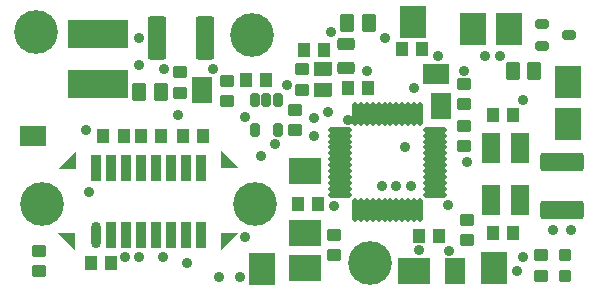
<source format=gts>
%FSLAX42Y42*%
%MOMM*%
G71*
G01*
G75*
G04 Layer_Color=8388736*
%ADD10R,5.00X2.20*%
%ADD11R,1.50X2.00*%
G04:AMPARAMS|DCode=12|XSize=1mm|YSize=0.9mm|CornerRadius=0.11mm|HoleSize=0mm|Usage=FLASHONLY|Rotation=0.000|XOffset=0mm|YOffset=0mm|HoleType=Round|Shape=RoundedRectangle|*
%AMROUNDEDRECTD12*
21,1,1.00,0.68,0,0,0.0*
21,1,0.78,0.90,0,0,0.0*
1,1,0.23,0.39,-0.34*
1,1,0.23,-0.39,-0.34*
1,1,0.23,-0.39,0.34*
1,1,0.23,0.39,0.34*
%
%ADD12ROUNDEDRECTD12*%
%ADD13R,1.30X2.40*%
%ADD14R,2.00X2.50*%
G04:AMPARAMS|DCode=15|XSize=1mm|YSize=0.9mm|CornerRadius=0.11mm|HoleSize=0mm|Usage=FLASHONLY|Rotation=90.000|XOffset=0mm|YOffset=0mm|HoleType=Round|Shape=RoundedRectangle|*
%AMROUNDEDRECTD15*
21,1,1.00,0.68,0,0,90.0*
21,1,0.78,0.90,0,0,90.0*
1,1,0.23,0.34,0.39*
1,1,0.23,0.34,-0.39*
1,1,0.23,-0.34,-0.39*
1,1,0.23,-0.34,0.39*
%
%ADD15ROUNDEDRECTD15*%
%ADD16O,0.64X2.03*%
%ADD17R,0.64X2.03*%
G04:AMPARAMS|DCode=18|XSize=0.6mm|YSize=1mm|CornerRadius=0.08mm|HoleSize=0mm|Usage=FLASHONLY|Rotation=180.000|XOffset=0mm|YOffset=0mm|HoleType=Round|Shape=RoundedRectangle|*
%AMROUNDEDRECTD18*
21,1,0.60,0.85,0,0,180.0*
21,1,0.45,1.00,0,0,180.0*
1,1,0.15,-0.23,0.42*
1,1,0.15,0.23,0.42*
1,1,0.15,0.23,-0.42*
1,1,0.15,-0.23,-0.42*
%
%ADD18ROUNDEDRECTD18*%
%ADD19R,2.00X1.50*%
G04:AMPARAMS|DCode=20|XSize=0.6mm|YSize=1mm|CornerRadius=0.08mm|HoleSize=0mm|Usage=FLASHONLY|Rotation=270.000|XOffset=0mm|YOffset=0mm|HoleType=Round|Shape=RoundedRectangle|*
%AMROUNDEDRECTD20*
21,1,0.60,0.85,0,0,270.0*
21,1,0.45,1.00,0,0,270.0*
1,1,0.15,-0.42,-0.23*
1,1,0.15,-0.42,0.23*
1,1,0.15,0.42,0.23*
1,1,0.15,0.42,-0.23*
%
%ADD20ROUNDEDRECTD20*%
%ADD21O,0.30X1.80*%
%ADD22O,1.80X0.30*%
G04:AMPARAMS|DCode=23|XSize=3.5mm|YSize=1.4mm|CornerRadius=0.17mm|HoleSize=0mm|Usage=FLASHONLY|Rotation=270.000|XOffset=0mm|YOffset=0mm|HoleType=Round|Shape=RoundedRectangle|*
%AMROUNDEDRECTD23*
21,1,3.50,1.05,0,0,270.0*
21,1,3.15,1.40,0,0,270.0*
1,1,0.35,-0.53,-1.57*
1,1,0.35,-0.53,1.57*
1,1,0.35,0.53,1.57*
1,1,0.35,0.53,-1.57*
%
%ADD23ROUNDEDRECTD23*%
G04:AMPARAMS|DCode=24|XSize=0.8mm|YSize=0.8mm|CornerRadius=0.1mm|HoleSize=0mm|Usage=FLASHONLY|Rotation=90.000|XOffset=0mm|YOffset=0mm|HoleType=Round|Shape=RoundedRectangle|*
%AMROUNDEDRECTD24*
21,1,0.80,0.60,0,0,90.0*
21,1,0.60,0.80,0,0,90.0*
1,1,0.20,0.30,0.30*
1,1,0.20,0.30,-0.30*
1,1,0.20,-0.30,-0.30*
1,1,0.20,-0.30,0.30*
%
%ADD24ROUNDEDRECTD24*%
G04:AMPARAMS|DCode=25|XSize=1.3mm|YSize=0.8mm|CornerRadius=0.1mm|HoleSize=0mm|Usage=FLASHONLY|Rotation=180.000|XOffset=0mm|YOffset=0mm|HoleType=Round|Shape=RoundedRectangle|*
%AMROUNDEDRECTD25*
21,1,1.30,0.60,0,0,180.0*
21,1,1.10,0.80,0,0,180.0*
1,1,0.20,-0.55,0.30*
1,1,0.20,0.55,0.30*
1,1,0.20,0.55,-0.30*
1,1,0.20,-0.55,-0.30*
%
%ADD25ROUNDEDRECTD25*%
G04:AMPARAMS|DCode=26|XSize=1.4mm|YSize=1mm|CornerRadius=0.13mm|HoleSize=0mm|Usage=FLASHONLY|Rotation=270.000|XOffset=0mm|YOffset=0mm|HoleType=Round|Shape=RoundedRectangle|*
%AMROUNDEDRECTD26*
21,1,1.40,0.75,0,0,270.0*
21,1,1.15,1.00,0,0,270.0*
1,1,0.25,-0.38,-0.57*
1,1,0.25,-0.38,0.57*
1,1,0.25,0.38,0.57*
1,1,0.25,0.38,-0.57*
%
%ADD26ROUNDEDRECTD26*%
%ADD27R,2.50X2.00*%
G04:AMPARAMS|DCode=28|XSize=3.5mm|YSize=1.4mm|CornerRadius=0.17mm|HoleSize=0mm|Usage=FLASHONLY|Rotation=180.000|XOffset=0mm|YOffset=0mm|HoleType=Round|Shape=RoundedRectangle|*
%AMROUNDEDRECTD28*
21,1,3.50,1.05,0,0,180.0*
21,1,3.15,1.40,0,0,180.0*
1,1,0.35,-1.57,0.53*
1,1,0.35,1.57,0.53*
1,1,0.35,1.57,-0.53*
1,1,0.35,-1.57,-0.53*
%
%ADD28ROUNDEDRECTD28*%
G04:AMPARAMS|DCode=29|XSize=1.4mm|YSize=1mm|CornerRadius=0.13mm|HoleSize=0mm|Usage=FLASHONLY|Rotation=0.000|XOffset=0mm|YOffset=0mm|HoleType=Round|Shape=RoundedRectangle|*
%AMROUNDEDRECTD29*
21,1,1.40,0.75,0,0,0.0*
21,1,1.15,1.00,0,0,0.0*
1,1,0.25,0.57,-0.38*
1,1,0.25,-0.57,-0.38*
1,1,0.25,-0.57,0.38*
1,1,0.25,0.57,0.38*
%
%ADD29ROUNDEDRECTD29*%
%ADD30C,0.30*%
%ADD31C,0.50*%
%ADD32C,0.70*%
%ADD33C,3.50*%
%ADD34C,0.70*%
%ADD35C,0.20*%
%ADD36C,0.38*%
%ADD37C,0.25*%
%ADD38C,0.13*%
%ADD39C,0.15*%
%ADD40R,5.20X2.40*%
%ADD41R,1.70X2.20*%
G04:AMPARAMS|DCode=42|XSize=1.2mm|YSize=1.1mm|CornerRadius=0.21mm|HoleSize=0mm|Usage=FLASHONLY|Rotation=0.000|XOffset=0mm|YOffset=0mm|HoleType=Round|Shape=RoundedRectangle|*
%AMROUNDEDRECTD42*
21,1,1.20,0.68,0,0,0.0*
21,1,0.78,1.10,0,0,0.0*
1,1,0.42,0.39,-0.34*
1,1,0.42,-0.39,-0.34*
1,1,0.42,-0.39,0.34*
1,1,0.42,0.39,0.34*
%
%ADD42ROUNDEDRECTD42*%
%ADD43R,1.50X2.60*%
%ADD44R,2.20X2.70*%
G04:AMPARAMS|DCode=45|XSize=1.2mm|YSize=1.1mm|CornerRadius=0.21mm|HoleSize=0mm|Usage=FLASHONLY|Rotation=90.000|XOffset=0mm|YOffset=0mm|HoleType=Round|Shape=RoundedRectangle|*
%AMROUNDEDRECTD45*
21,1,1.20,0.68,0,0,90.0*
21,1,0.78,1.10,0,0,90.0*
1,1,0.42,0.34,0.39*
1,1,0.42,0.34,-0.39*
1,1,0.42,-0.34,-0.39*
1,1,0.42,-0.34,0.39*
%
%ADD45ROUNDEDRECTD45*%
%ADD46O,0.83X2.23*%
%ADD47R,0.83X2.23*%
G04:AMPARAMS|DCode=48|XSize=0.8mm|YSize=1.2mm|CornerRadius=0.17mm|HoleSize=0mm|Usage=FLASHONLY|Rotation=180.000|XOffset=0mm|YOffset=0mm|HoleType=Round|Shape=RoundedRectangle|*
%AMROUNDEDRECTD48*
21,1,0.80,0.85,0,0,180.0*
21,1,0.45,1.20,0,0,180.0*
1,1,0.35,-0.23,0.42*
1,1,0.35,0.23,0.42*
1,1,0.35,0.23,-0.42*
1,1,0.35,-0.23,-0.42*
%
%ADD48ROUNDEDRECTD48*%
%ADD49R,2.20X1.70*%
G04:AMPARAMS|DCode=50|XSize=0.8mm|YSize=1.2mm|CornerRadius=0.17mm|HoleSize=0mm|Usage=FLASHONLY|Rotation=270.000|XOffset=0mm|YOffset=0mm|HoleType=Round|Shape=RoundedRectangle|*
%AMROUNDEDRECTD50*
21,1,0.80,0.85,0,0,270.0*
21,1,0.45,1.20,0,0,270.0*
1,1,0.35,-0.42,-0.23*
1,1,0.35,-0.42,0.23*
1,1,0.35,0.42,0.23*
1,1,0.35,0.42,-0.23*
%
%ADD50ROUNDEDRECTD50*%
%ADD51O,0.50X2.00*%
%ADD52O,2.00X0.50*%
G04:AMPARAMS|DCode=53|XSize=3.7mm|YSize=1.6mm|CornerRadius=0.28mm|HoleSize=0mm|Usage=FLASHONLY|Rotation=270.000|XOffset=0mm|YOffset=0mm|HoleType=Round|Shape=RoundedRectangle|*
%AMROUNDEDRECTD53*
21,1,3.70,1.05,0,0,270.0*
21,1,3.15,1.60,0,0,270.0*
1,1,0.55,-0.53,-1.57*
1,1,0.55,-0.53,1.57*
1,1,0.55,0.53,1.57*
1,1,0.55,0.53,-1.57*
%
%ADD53ROUNDEDRECTD53*%
G04:AMPARAMS|DCode=54|XSize=1mm|YSize=1mm|CornerRadius=0.2mm|HoleSize=0mm|Usage=FLASHONLY|Rotation=90.000|XOffset=0mm|YOffset=0mm|HoleType=Round|Shape=RoundedRectangle|*
%AMROUNDEDRECTD54*
21,1,1.00,0.60,0,0,90.0*
21,1,0.60,1.00,0,0,90.0*
1,1,0.40,0.30,0.30*
1,1,0.40,0.30,-0.30*
1,1,0.40,-0.30,-0.30*
1,1,0.40,-0.30,0.30*
%
%ADD54ROUNDEDRECTD54*%
G04:AMPARAMS|DCode=55|XSize=1.5mm|YSize=1mm|CornerRadius=0.2mm|HoleSize=0mm|Usage=FLASHONLY|Rotation=180.000|XOffset=0mm|YOffset=0mm|HoleType=Round|Shape=RoundedRectangle|*
%AMROUNDEDRECTD55*
21,1,1.50,0.60,0,0,180.0*
21,1,1.10,1.00,0,0,180.0*
1,1,0.40,-0.55,0.30*
1,1,0.40,0.55,0.30*
1,1,0.40,0.55,-0.30*
1,1,0.40,-0.55,-0.30*
%
%ADD55ROUNDEDRECTD55*%
G04:AMPARAMS|DCode=56|XSize=1.6mm|YSize=1.2mm|CornerRadius=0.23mm|HoleSize=0mm|Usage=FLASHONLY|Rotation=270.000|XOffset=0mm|YOffset=0mm|HoleType=Round|Shape=RoundedRectangle|*
%AMROUNDEDRECTD56*
21,1,1.60,0.75,0,0,270.0*
21,1,1.15,1.20,0,0,270.0*
1,1,0.45,-0.38,-0.57*
1,1,0.45,-0.38,0.57*
1,1,0.45,0.38,0.57*
1,1,0.45,0.38,-0.57*
%
%ADD56ROUNDEDRECTD56*%
%ADD57R,2.70X2.20*%
G04:AMPARAMS|DCode=58|XSize=3.7mm|YSize=1.6mm|CornerRadius=0.28mm|HoleSize=0mm|Usage=FLASHONLY|Rotation=180.000|XOffset=0mm|YOffset=0mm|HoleType=Round|Shape=RoundedRectangle|*
%AMROUNDEDRECTD58*
21,1,3.70,1.05,0,0,180.0*
21,1,3.15,1.60,0,0,180.0*
1,1,0.55,-1.57,0.53*
1,1,0.55,1.57,0.53*
1,1,0.55,1.57,-0.53*
1,1,0.55,-1.57,-0.53*
%
%ADD58ROUNDEDRECTD58*%
G04:AMPARAMS|DCode=59|XSize=1.6mm|YSize=1.2mm|CornerRadius=0.23mm|HoleSize=0mm|Usage=FLASHONLY|Rotation=0.000|XOffset=0mm|YOffset=0mm|HoleType=Round|Shape=RoundedRectangle|*
%AMROUNDEDRECTD59*
21,1,1.60,0.75,0,0,0.0*
21,1,1.15,1.20,0,0,0.0*
1,1,0.45,0.57,-0.38*
1,1,0.45,-0.57,-0.38*
1,1,0.45,-0.57,0.38*
1,1,0.45,0.57,0.38*
%
%ADD59ROUNDEDRECTD59*%
%ADD60C,3.70*%
%ADD61C,0.90*%
G36*
X3540Y3278D02*
Y3428D01*
X3690D01*
X3540Y3278D01*
D02*
G37*
G36*
X2308D02*
X2158Y3428D01*
X2308D01*
Y3278D01*
D02*
G37*
G36*
X3690Y3972D02*
X3540D01*
Y4122D01*
X3690Y3972D01*
D02*
G37*
G36*
X2310Y3970D02*
X2160D01*
X2310Y4120D01*
Y3970D01*
D02*
G37*
D40*
X2500Y5110D02*
D03*
Y4690D02*
D03*
D41*
X5525Y3100D02*
D03*
X3380Y4640D02*
D03*
X5400Y4500D02*
D03*
D42*
X4165Y4300D02*
D03*
Y4470D02*
D03*
X2000Y3105D02*
D03*
Y3275D02*
D03*
X3590Y4545D02*
D03*
Y4715D02*
D03*
X5625Y3535D02*
D03*
Y3365D02*
D03*
X4500Y3240D02*
D03*
Y3410D02*
D03*
X3190Y4785D02*
D03*
Y4615D02*
D03*
X5600Y4685D02*
D03*
Y4515D02*
D03*
X4225Y4640D02*
D03*
Y4810D02*
D03*
X6250Y3065D02*
D03*
Y3235D02*
D03*
X5600Y4335D02*
D03*
Y4165D02*
D03*
D43*
X6070Y4145D02*
D03*
Y3705D02*
D03*
X5830D02*
D03*
Y4145D02*
D03*
D44*
X3890Y3120D02*
D03*
X5975Y5150D02*
D03*
X5675Y5150D02*
D03*
X6475Y4700D02*
D03*
X6475Y4350D02*
D03*
X5850Y3125D02*
D03*
X5170Y5210D02*
D03*
D45*
X2545Y4250D02*
D03*
X2715D02*
D03*
X3035D02*
D03*
X2865D02*
D03*
X5075Y4980D02*
D03*
X5245D02*
D03*
X3755Y4720D02*
D03*
X3925D02*
D03*
X2440Y3175D02*
D03*
X2610D02*
D03*
X5840Y4425D02*
D03*
X6010D02*
D03*
X6010Y3425D02*
D03*
X5840D02*
D03*
X3385Y4250D02*
D03*
X3215D02*
D03*
X4410Y4975D02*
D03*
X4240D02*
D03*
X4615Y4650D02*
D03*
X4785D02*
D03*
X5385Y3400D02*
D03*
X5215D02*
D03*
X4360Y3675D02*
D03*
X4190D02*
D03*
D46*
X2481Y3410D02*
D03*
D47*
X2608D02*
D03*
X2734D02*
D03*
X2861D02*
D03*
X2989D02*
D03*
X3116D02*
D03*
X3242D02*
D03*
X3369D02*
D03*
Y3975D02*
D03*
X3242D02*
D03*
X3116D02*
D03*
X2989D02*
D03*
X2861D02*
D03*
X2734D02*
D03*
X2608D02*
D03*
X2481Y3979D02*
D03*
D48*
X3830Y4295D02*
D03*
X4020Y4555D02*
D03*
X3925D02*
D03*
X3830D02*
D03*
X4020Y4295D02*
D03*
D49*
X1950Y4250D02*
D03*
X5360Y4770D02*
D03*
D50*
X6260Y5195D02*
D03*
Y5005D02*
D03*
X6490Y5100D02*
D03*
D51*
X5225Y3620D02*
D03*
X5175D02*
D03*
X5125D02*
D03*
X5075D02*
D03*
X5025D02*
D03*
X4975D02*
D03*
X4925D02*
D03*
X4875D02*
D03*
X4825D02*
D03*
X4775D02*
D03*
X4725D02*
D03*
X4675D02*
D03*
Y4430D02*
D03*
X4725D02*
D03*
X4775D02*
D03*
X4825D02*
D03*
X4875D02*
D03*
X4925D02*
D03*
X4975D02*
D03*
X5025D02*
D03*
X5075D02*
D03*
X5125D02*
D03*
X5175D02*
D03*
X5225D02*
D03*
D52*
X4545Y3750D02*
D03*
Y3800D02*
D03*
Y3850D02*
D03*
Y3900D02*
D03*
Y3950D02*
D03*
Y4000D02*
D03*
Y4050D02*
D03*
Y4100D02*
D03*
Y4150D02*
D03*
Y4200D02*
D03*
Y4250D02*
D03*
Y4300D02*
D03*
X5355D02*
D03*
Y4250D02*
D03*
Y4200D02*
D03*
Y4150D02*
D03*
Y4100D02*
D03*
Y4050D02*
D03*
Y4000D02*
D03*
Y3950D02*
D03*
Y3900D02*
D03*
Y3850D02*
D03*
Y3800D02*
D03*
Y3750D02*
D03*
D53*
X3405Y5075D02*
D03*
X2995D02*
D03*
D54*
X6450Y3235D02*
D03*
Y3065D02*
D03*
D55*
X4600Y4825D02*
D03*
Y5025D02*
D03*
D56*
X4610Y5200D02*
D03*
X4790D02*
D03*
X6190Y4800D02*
D03*
X6010D02*
D03*
X2850Y4620D02*
D03*
X3030D02*
D03*
D57*
X5175Y3100D02*
D03*
X4250Y3950D02*
D03*
X4250Y3425D02*
D03*
X4250Y3125D02*
D03*
D58*
X6425Y3620D02*
D03*
Y4030D02*
D03*
D59*
X4400Y4635D02*
D03*
Y4815D02*
D03*
D60*
X3825Y3675D02*
D03*
X2025D02*
D03*
X4800Y3175D02*
D03*
X3800Y5100D02*
D03*
X1975Y5125D02*
D03*
D61*
X3060Y4810D02*
D03*
X3740Y4410D02*
D03*
X5175Y4650D02*
D03*
X4475Y5125D02*
D03*
X4925Y5075D02*
D03*
X5100Y4150D02*
D03*
X3175Y4425D02*
D03*
X4500Y3650D02*
D03*
X5375Y4925D02*
D03*
X2850Y3225D02*
D03*
X2725D02*
D03*
X3742Y3393D02*
D03*
X3875Y4075D02*
D03*
X3250Y3175D02*
D03*
X4450Y4450D02*
D03*
X4325Y4400D02*
D03*
Y4250D02*
D03*
X5215Y3281D02*
D03*
X5025Y3825D02*
D03*
X5475Y3275D02*
D03*
X3475Y4810D02*
D03*
X3525Y3050D02*
D03*
X3700D02*
D03*
X4615Y4381D02*
D03*
X5466Y3663D02*
D03*
X4100Y4675D02*
D03*
X2850Y4850D02*
D03*
X4000Y4175D02*
D03*
X3050Y3225D02*
D03*
X2400Y4300D02*
D03*
X6050Y3100D02*
D03*
X4900Y3825D02*
D03*
X5150D02*
D03*
X6100Y4550D02*
D03*
X6500Y3450D02*
D03*
X6350D02*
D03*
X4775Y4800D02*
D03*
X5775Y4925D02*
D03*
X5900D02*
D03*
X5600Y4800D02*
D03*
X5625Y4025D02*
D03*
X2850Y5075D02*
D03*
X6100Y3225D02*
D03*
X2425Y3775D02*
D03*
M02*

</source>
